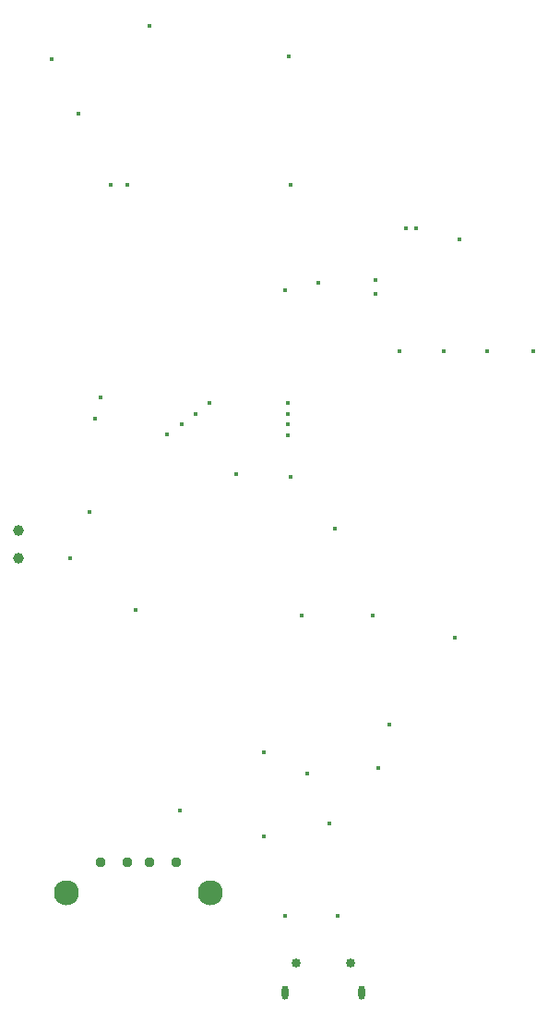
<source format=gbr>
%TF.GenerationSoftware,KiCad,Pcbnew,(6.0.1)*%
%TF.CreationDate,2022-02-28T11:37:07-08:00*%
%TF.ProjectId,PCB,5043422e-6b69-4636-9164-5f7063625858,rev?*%
%TF.SameCoordinates,Original*%
%TF.FileFunction,Plated,1,2,PTH,Mixed*%
%TF.FilePolarity,Positive*%
%FSLAX46Y46*%
G04 Gerber Fmt 4.6, Leading zero omitted, Abs format (unit mm)*
G04 Created by KiCad (PCBNEW (6.0.1)) date 2022-02-28 11:37:07*
%MOMM*%
%LPD*%
G01*
G04 APERTURE LIST*
%TA.AperFunction,ViaDrill*%
%ADD10C,0.400000*%
%TD*%
G04 aperture for slot hole*
%TA.AperFunction,ComponentDrill*%
%ADD11O,0.600000X1.300000*%
%TD*%
%TA.AperFunction,ComponentDrill*%
%ADD12C,0.850000*%
%TD*%
%TA.AperFunction,ComponentDrill*%
%ADD13C,0.950000*%
%TD*%
%TA.AperFunction,ComponentDrill*%
%ADD14C,1.000000*%
%TD*%
%TA.AperFunction,ComponentDrill*%
%ADD15C,2.300000*%
%TD*%
G04 APERTURE END LIST*
D10*
X106000000Y-93000000D03*
X107750000Y-138750000D03*
X108500000Y-98000000D03*
X109500000Y-134500000D03*
X110000000Y-126000000D03*
X110500000Y-124000000D03*
X111500000Y-104500000D03*
X113000000Y-104500000D03*
X113750000Y-143500000D03*
X115000000Y-90000000D03*
X116630000Y-127370000D03*
X117820000Y-161820000D03*
X118000000Y-126500000D03*
X119250000Y-125500000D03*
X120500000Y-124500000D03*
X123000000Y-131000000D03*
X125500000Y-156500000D03*
X125500000Y-164250000D03*
X127500000Y-114175000D03*
X127500000Y-171500000D03*
X127750000Y-124500497D03*
X127750000Y-125500000D03*
X127750000Y-126500000D03*
X127750000Y-127499503D03*
X127775489Y-92775489D03*
X128000000Y-104500000D03*
X128000000Y-131250000D03*
X129000000Y-144000000D03*
X129500000Y-158500000D03*
X130500000Y-113500000D03*
X131500000Y-163000000D03*
X132000000Y-136000000D03*
X132250000Y-171500000D03*
X135500000Y-144000000D03*
X135750000Y-113250000D03*
X135750000Y-114500000D03*
X136000000Y-158000000D03*
X137000000Y-154000000D03*
X138000000Y-119750000D03*
X138525997Y-108500000D03*
X139525500Y-108500000D03*
X142000000Y-119750000D03*
X143000000Y-146000000D03*
X143500000Y-109500000D03*
X146000000Y-119750000D03*
X150250000Y-119750000D03*
D11*
%TO.C,J3*%
X127500000Y-178529500D03*
X134500000Y-178529500D03*
D12*
X128500000Y-175829500D03*
X133500000Y-175829500D03*
D13*
%TO.C,J1*%
X110500000Y-166640000D03*
X113000000Y-166640000D03*
X115000000Y-166640000D03*
X117500000Y-166640000D03*
D14*
%TO.C,SW2*%
X103000000Y-136225000D03*
X103000000Y-138765000D03*
D15*
%TO.C,J1*%
X107430000Y-169350000D03*
X120570000Y-169350000D03*
M02*

</source>
